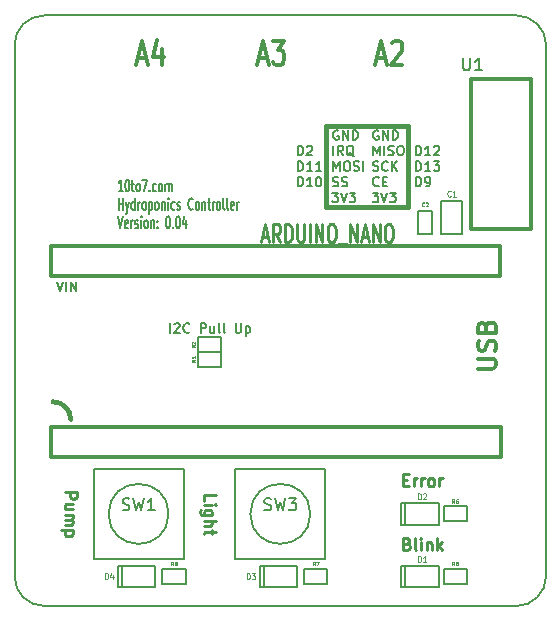
<source format=gto>
%FSLAX34Y34*%
G04 Gerber Fmt 3.4, Leading zero omitted, Abs format*
G04 (created by PCBNEW (2014-03-19 BZR 4756)-product) date Wed 02 Jul 2014 23:40:44 BST*
%MOIN*%
G01*
G70*
G90*
G04 APERTURE LIST*
%ADD10C,0.005906*%
%ADD11C,0.007874*%
%ADD12C,0.012000*%
%ADD13C,0.007900*%
%ADD14C,0.015000*%
%ADD15C,0.009843*%
%ADD16C,0.005900*%
%ADD17C,0.005000*%
%ADD18C,0.010000*%
%ADD19C,0.008000*%
%ADD20C,0.004500*%
%ADD21C,0.003000*%
G04 APERTURE END LIST*
G54D10*
G54D11*
X71908Y-33587D02*
X71908Y-33272D01*
X72043Y-33302D02*
X72058Y-33287D01*
X72088Y-33272D01*
X72163Y-33272D01*
X72193Y-33287D01*
X72208Y-33302D01*
X72223Y-33332D01*
X72223Y-33362D01*
X72208Y-33407D01*
X72028Y-33587D01*
X72223Y-33587D01*
X72538Y-33557D02*
X72523Y-33572D01*
X72478Y-33587D01*
X72448Y-33587D01*
X72403Y-33572D01*
X72373Y-33542D01*
X72358Y-33512D01*
X72343Y-33452D01*
X72343Y-33407D01*
X72358Y-33347D01*
X72373Y-33317D01*
X72403Y-33287D01*
X72448Y-33272D01*
X72478Y-33272D01*
X72523Y-33287D01*
X72538Y-33302D01*
X72913Y-33587D02*
X72913Y-33272D01*
X73033Y-33272D01*
X73063Y-33287D01*
X73078Y-33302D01*
X73093Y-33332D01*
X73093Y-33377D01*
X73078Y-33407D01*
X73063Y-33422D01*
X73033Y-33437D01*
X72913Y-33437D01*
X73363Y-33377D02*
X73363Y-33587D01*
X73228Y-33377D02*
X73228Y-33542D01*
X73243Y-33572D01*
X73273Y-33587D01*
X73318Y-33587D01*
X73348Y-33572D01*
X73363Y-33557D01*
X73558Y-33587D02*
X73528Y-33572D01*
X73513Y-33542D01*
X73513Y-33272D01*
X73723Y-33587D02*
X73693Y-33572D01*
X73678Y-33542D01*
X73678Y-33272D01*
X74083Y-33272D02*
X74083Y-33527D01*
X74098Y-33557D01*
X74113Y-33572D01*
X74143Y-33587D01*
X74203Y-33587D01*
X74233Y-33572D01*
X74248Y-33557D01*
X74263Y-33527D01*
X74263Y-33272D01*
X74413Y-33377D02*
X74413Y-33692D01*
X74413Y-33392D02*
X74443Y-33377D01*
X74503Y-33377D01*
X74533Y-33392D01*
X74548Y-33407D01*
X74563Y-33437D01*
X74563Y-33527D01*
X74548Y-33557D01*
X74533Y-33572D01*
X74503Y-33587D01*
X74443Y-33587D01*
X74413Y-33572D01*
G54D12*
X74847Y-24424D02*
X75132Y-24424D01*
X74789Y-24653D02*
X74989Y-23853D01*
X75189Y-24653D01*
X75332Y-23853D02*
X75704Y-23853D01*
X75504Y-24158D01*
X75589Y-24158D01*
X75647Y-24196D01*
X75675Y-24234D01*
X75704Y-24310D01*
X75704Y-24500D01*
X75675Y-24577D01*
X75647Y-24615D01*
X75589Y-24653D01*
X75418Y-24653D01*
X75361Y-24615D01*
X75332Y-24577D01*
X78784Y-24424D02*
X79069Y-24424D01*
X78726Y-24653D02*
X78926Y-23853D01*
X79126Y-24653D01*
X79298Y-23929D02*
X79326Y-23891D01*
X79384Y-23853D01*
X79526Y-23853D01*
X79584Y-23891D01*
X79612Y-23929D01*
X79641Y-24005D01*
X79641Y-24081D01*
X79612Y-24196D01*
X79269Y-24653D01*
X79641Y-24653D01*
X70811Y-24424D02*
X71097Y-24424D01*
X70754Y-24653D02*
X70954Y-23853D01*
X71154Y-24653D01*
X71611Y-24119D02*
X71611Y-24653D01*
X71468Y-23815D02*
X71325Y-24386D01*
X71697Y-24386D01*
G54D13*
X66712Y-41712D02*
G75*
G03X67696Y-42696I984J0D01*
G74*
G01*
X83444Y-42696D02*
G75*
G03X84429Y-41712I0J984D01*
G74*
G01*
X84429Y-23996D02*
G75*
G03X83444Y-23011I-984J0D01*
G74*
G01*
X67696Y-23011D02*
G75*
G03X66712Y-23996I0J-984D01*
G74*
G01*
X66712Y-41712D02*
X66712Y-23996D01*
X83444Y-42696D02*
X67696Y-42696D01*
X83444Y-23011D02*
X67696Y-23011D01*
X84429Y-41712D02*
X84429Y-23996D01*
G54D11*
X80094Y-27673D02*
X80094Y-27359D01*
X80169Y-27359D01*
X80214Y-27374D01*
X80244Y-27404D01*
X80259Y-27434D01*
X80274Y-27494D01*
X80274Y-27538D01*
X80259Y-27598D01*
X80244Y-27628D01*
X80214Y-27658D01*
X80169Y-27673D01*
X80094Y-27673D01*
X80574Y-27673D02*
X80394Y-27673D01*
X80484Y-27673D02*
X80484Y-27359D01*
X80454Y-27404D01*
X80424Y-27434D01*
X80394Y-27449D01*
X80694Y-27389D02*
X80709Y-27374D01*
X80739Y-27359D01*
X80814Y-27359D01*
X80844Y-27374D01*
X80859Y-27389D01*
X80874Y-27419D01*
X80874Y-27449D01*
X80859Y-27494D01*
X80679Y-27673D01*
X80874Y-27673D01*
X80094Y-28193D02*
X80094Y-27878D01*
X80169Y-27878D01*
X80214Y-27893D01*
X80244Y-27923D01*
X80259Y-27953D01*
X80274Y-28013D01*
X80274Y-28058D01*
X80259Y-28118D01*
X80244Y-28148D01*
X80214Y-28178D01*
X80169Y-28193D01*
X80094Y-28193D01*
X80574Y-28193D02*
X80394Y-28193D01*
X80484Y-28193D02*
X80484Y-27878D01*
X80454Y-27923D01*
X80424Y-27953D01*
X80394Y-27968D01*
X80679Y-27878D02*
X80874Y-27878D01*
X80769Y-27998D01*
X80814Y-27998D01*
X80844Y-28013D01*
X80859Y-28028D01*
X80874Y-28058D01*
X80874Y-28133D01*
X80859Y-28163D01*
X80844Y-28178D01*
X80814Y-28193D01*
X80724Y-28193D01*
X80694Y-28178D01*
X80679Y-28163D01*
X80094Y-28713D02*
X80094Y-28398D01*
X80169Y-28398D01*
X80214Y-28413D01*
X80244Y-28443D01*
X80259Y-28473D01*
X80274Y-28533D01*
X80274Y-28578D01*
X80259Y-28638D01*
X80244Y-28668D01*
X80214Y-28698D01*
X80169Y-28713D01*
X80094Y-28713D01*
X80424Y-28713D02*
X80484Y-28713D01*
X80514Y-28698D01*
X80529Y-28683D01*
X80559Y-28638D01*
X80574Y-28578D01*
X80574Y-28458D01*
X80559Y-28428D01*
X80544Y-28413D01*
X80514Y-28398D01*
X80454Y-28398D01*
X80424Y-28413D01*
X80409Y-28428D01*
X80394Y-28458D01*
X80394Y-28533D01*
X80409Y-28563D01*
X80424Y-28578D01*
X80454Y-28593D01*
X80514Y-28593D01*
X80544Y-28578D01*
X80559Y-28563D01*
X80574Y-28533D01*
X76157Y-27673D02*
X76157Y-27359D01*
X76232Y-27359D01*
X76277Y-27374D01*
X76307Y-27404D01*
X76322Y-27434D01*
X76337Y-27494D01*
X76337Y-27538D01*
X76322Y-27598D01*
X76307Y-27628D01*
X76277Y-27658D01*
X76232Y-27673D01*
X76157Y-27673D01*
X76457Y-27389D02*
X76472Y-27374D01*
X76502Y-27359D01*
X76577Y-27359D01*
X76607Y-27374D01*
X76622Y-27389D01*
X76637Y-27419D01*
X76637Y-27449D01*
X76622Y-27494D01*
X76442Y-27673D01*
X76637Y-27673D01*
X76157Y-28193D02*
X76157Y-27878D01*
X76232Y-27878D01*
X76277Y-27893D01*
X76307Y-27923D01*
X76322Y-27953D01*
X76337Y-28013D01*
X76337Y-28058D01*
X76322Y-28118D01*
X76307Y-28148D01*
X76277Y-28178D01*
X76232Y-28193D01*
X76157Y-28193D01*
X76637Y-28193D02*
X76457Y-28193D01*
X76547Y-28193D02*
X76547Y-27878D01*
X76517Y-27923D01*
X76487Y-27953D01*
X76457Y-27968D01*
X76937Y-28193D02*
X76757Y-28193D01*
X76847Y-28193D02*
X76847Y-27878D01*
X76817Y-27923D01*
X76787Y-27953D01*
X76757Y-27968D01*
X76157Y-28713D02*
X76157Y-28398D01*
X76232Y-28398D01*
X76277Y-28413D01*
X76307Y-28443D01*
X76322Y-28473D01*
X76337Y-28533D01*
X76337Y-28578D01*
X76322Y-28638D01*
X76307Y-28668D01*
X76277Y-28698D01*
X76232Y-28713D01*
X76157Y-28713D01*
X76637Y-28713D02*
X76457Y-28713D01*
X76547Y-28713D02*
X76547Y-28398D01*
X76517Y-28443D01*
X76487Y-28473D01*
X76457Y-28488D01*
X76832Y-28398D02*
X76862Y-28398D01*
X76892Y-28413D01*
X76907Y-28428D01*
X76922Y-28458D01*
X76937Y-28518D01*
X76937Y-28593D01*
X76922Y-28653D01*
X76907Y-28683D01*
X76892Y-28698D01*
X76862Y-28713D01*
X76832Y-28713D01*
X76802Y-28698D01*
X76787Y-28683D01*
X76772Y-28653D01*
X76757Y-28593D01*
X76757Y-28518D01*
X76772Y-28458D01*
X76787Y-28428D01*
X76802Y-28413D01*
X76832Y-28398D01*
G54D14*
X77106Y-29389D02*
X77106Y-26712D01*
X79822Y-29389D02*
X77106Y-29389D01*
X79822Y-26712D02*
X79822Y-29389D01*
X77185Y-26712D02*
X79822Y-26712D01*
G54D11*
X78842Y-26854D02*
X78812Y-26839D01*
X78767Y-26839D01*
X78722Y-26854D01*
X78692Y-26884D01*
X78677Y-26914D01*
X78662Y-26974D01*
X78662Y-27019D01*
X78677Y-27079D01*
X78692Y-27109D01*
X78722Y-27139D01*
X78767Y-27154D01*
X78797Y-27154D01*
X78842Y-27139D01*
X78857Y-27124D01*
X78857Y-27019D01*
X78797Y-27019D01*
X78992Y-27154D02*
X78992Y-26839D01*
X79172Y-27154D01*
X79172Y-26839D01*
X79322Y-27154D02*
X79322Y-26839D01*
X79397Y-26839D01*
X79442Y-26854D01*
X79472Y-26884D01*
X79487Y-26914D01*
X79502Y-26974D01*
X79502Y-27019D01*
X79487Y-27079D01*
X79472Y-27109D01*
X79442Y-27139D01*
X79397Y-27154D01*
X79322Y-27154D01*
X78677Y-27673D02*
X78677Y-27359D01*
X78782Y-27583D01*
X78887Y-27359D01*
X78887Y-27673D01*
X79037Y-27673D02*
X79037Y-27359D01*
X79172Y-27658D02*
X79217Y-27673D01*
X79292Y-27673D01*
X79322Y-27658D01*
X79337Y-27643D01*
X79352Y-27613D01*
X79352Y-27583D01*
X79337Y-27553D01*
X79322Y-27538D01*
X79292Y-27523D01*
X79232Y-27508D01*
X79202Y-27494D01*
X79187Y-27479D01*
X79172Y-27449D01*
X79172Y-27419D01*
X79187Y-27389D01*
X79202Y-27374D01*
X79232Y-27359D01*
X79307Y-27359D01*
X79352Y-27374D01*
X79547Y-27359D02*
X79607Y-27359D01*
X79637Y-27374D01*
X79667Y-27404D01*
X79682Y-27464D01*
X79682Y-27568D01*
X79667Y-27628D01*
X79637Y-27658D01*
X79607Y-27673D01*
X79547Y-27673D01*
X79517Y-27658D01*
X79487Y-27628D01*
X79472Y-27568D01*
X79472Y-27464D01*
X79487Y-27404D01*
X79517Y-27374D01*
X79547Y-27359D01*
X78662Y-28178D02*
X78707Y-28193D01*
X78782Y-28193D01*
X78812Y-28178D01*
X78827Y-28163D01*
X78842Y-28133D01*
X78842Y-28103D01*
X78827Y-28073D01*
X78812Y-28058D01*
X78782Y-28043D01*
X78722Y-28028D01*
X78692Y-28013D01*
X78677Y-27998D01*
X78662Y-27968D01*
X78662Y-27938D01*
X78677Y-27908D01*
X78692Y-27893D01*
X78722Y-27878D01*
X78797Y-27878D01*
X78842Y-27893D01*
X79157Y-28163D02*
X79142Y-28178D01*
X79097Y-28193D01*
X79067Y-28193D01*
X79022Y-28178D01*
X78992Y-28148D01*
X78977Y-28118D01*
X78962Y-28058D01*
X78962Y-28013D01*
X78977Y-27953D01*
X78992Y-27923D01*
X79022Y-27893D01*
X79067Y-27878D01*
X79097Y-27878D01*
X79142Y-27893D01*
X79157Y-27908D01*
X79292Y-28193D02*
X79292Y-27878D01*
X79472Y-28193D02*
X79337Y-28013D01*
X79472Y-27878D02*
X79292Y-28058D01*
X78857Y-28683D02*
X78842Y-28698D01*
X78797Y-28713D01*
X78767Y-28713D01*
X78722Y-28698D01*
X78692Y-28668D01*
X78677Y-28638D01*
X78662Y-28578D01*
X78662Y-28533D01*
X78677Y-28473D01*
X78692Y-28443D01*
X78722Y-28413D01*
X78767Y-28398D01*
X78797Y-28398D01*
X78842Y-28413D01*
X78857Y-28428D01*
X78992Y-28548D02*
X79097Y-28548D01*
X79142Y-28713D02*
X78992Y-28713D01*
X78992Y-28398D01*
X79142Y-28398D01*
X78647Y-28918D02*
X78842Y-28918D01*
X78737Y-29038D01*
X78782Y-29038D01*
X78812Y-29053D01*
X78827Y-29068D01*
X78842Y-29098D01*
X78842Y-29173D01*
X78827Y-29203D01*
X78812Y-29218D01*
X78782Y-29233D01*
X78692Y-29233D01*
X78662Y-29218D01*
X78647Y-29203D01*
X78932Y-28918D02*
X79037Y-29233D01*
X79142Y-28918D01*
X79217Y-28918D02*
X79412Y-28918D01*
X79307Y-29038D01*
X79352Y-29038D01*
X79382Y-29053D01*
X79397Y-29068D01*
X79412Y-29098D01*
X79412Y-29173D01*
X79397Y-29203D01*
X79382Y-29218D01*
X79352Y-29233D01*
X79262Y-29233D01*
X79232Y-29218D01*
X79217Y-29203D01*
X77503Y-26854D02*
X77473Y-26839D01*
X77428Y-26839D01*
X77383Y-26854D01*
X77353Y-26884D01*
X77338Y-26914D01*
X77323Y-26974D01*
X77323Y-27019D01*
X77338Y-27079D01*
X77353Y-27109D01*
X77383Y-27139D01*
X77428Y-27154D01*
X77458Y-27154D01*
X77503Y-27139D01*
X77518Y-27124D01*
X77518Y-27019D01*
X77458Y-27019D01*
X77653Y-27154D02*
X77653Y-26839D01*
X77833Y-27154D01*
X77833Y-26839D01*
X77983Y-27154D02*
X77983Y-26839D01*
X78058Y-26839D01*
X78103Y-26854D01*
X78133Y-26884D01*
X78148Y-26914D01*
X78163Y-26974D01*
X78163Y-27019D01*
X78148Y-27079D01*
X78133Y-27109D01*
X78103Y-27139D01*
X78058Y-27154D01*
X77983Y-27154D01*
X77338Y-27673D02*
X77338Y-27359D01*
X77668Y-27673D02*
X77563Y-27523D01*
X77488Y-27673D02*
X77488Y-27359D01*
X77608Y-27359D01*
X77638Y-27374D01*
X77653Y-27389D01*
X77668Y-27419D01*
X77668Y-27464D01*
X77653Y-27494D01*
X77638Y-27508D01*
X77608Y-27523D01*
X77488Y-27523D01*
X78013Y-27703D02*
X77983Y-27688D01*
X77953Y-27658D01*
X77908Y-27613D01*
X77878Y-27598D01*
X77848Y-27598D01*
X77863Y-27673D02*
X77833Y-27658D01*
X77803Y-27628D01*
X77788Y-27568D01*
X77788Y-27464D01*
X77803Y-27404D01*
X77833Y-27374D01*
X77863Y-27359D01*
X77923Y-27359D01*
X77953Y-27374D01*
X77983Y-27404D01*
X77998Y-27464D01*
X77998Y-27568D01*
X77983Y-27628D01*
X77953Y-27658D01*
X77923Y-27673D01*
X77863Y-27673D01*
X77338Y-28193D02*
X77338Y-27878D01*
X77443Y-28103D01*
X77548Y-27878D01*
X77548Y-28193D01*
X77758Y-27878D02*
X77818Y-27878D01*
X77848Y-27893D01*
X77878Y-27923D01*
X77893Y-27983D01*
X77893Y-28088D01*
X77878Y-28148D01*
X77848Y-28178D01*
X77818Y-28193D01*
X77758Y-28193D01*
X77728Y-28178D01*
X77698Y-28148D01*
X77683Y-28088D01*
X77683Y-27983D01*
X77698Y-27923D01*
X77728Y-27893D01*
X77758Y-27878D01*
X78013Y-28178D02*
X78058Y-28193D01*
X78133Y-28193D01*
X78163Y-28178D01*
X78178Y-28163D01*
X78193Y-28133D01*
X78193Y-28103D01*
X78178Y-28073D01*
X78163Y-28058D01*
X78133Y-28043D01*
X78073Y-28028D01*
X78043Y-28013D01*
X78028Y-27998D01*
X78013Y-27968D01*
X78013Y-27938D01*
X78028Y-27908D01*
X78043Y-27893D01*
X78073Y-27878D01*
X78148Y-27878D01*
X78193Y-27893D01*
X78328Y-28193D02*
X78328Y-27878D01*
X77323Y-28698D02*
X77368Y-28713D01*
X77443Y-28713D01*
X77473Y-28698D01*
X77488Y-28683D01*
X77503Y-28653D01*
X77503Y-28623D01*
X77488Y-28593D01*
X77473Y-28578D01*
X77443Y-28563D01*
X77383Y-28548D01*
X77353Y-28533D01*
X77338Y-28518D01*
X77323Y-28488D01*
X77323Y-28458D01*
X77338Y-28428D01*
X77353Y-28413D01*
X77383Y-28398D01*
X77458Y-28398D01*
X77503Y-28413D01*
X77623Y-28698D02*
X77668Y-28713D01*
X77743Y-28713D01*
X77773Y-28698D01*
X77788Y-28683D01*
X77803Y-28653D01*
X77803Y-28623D01*
X77788Y-28593D01*
X77773Y-28578D01*
X77743Y-28563D01*
X77683Y-28548D01*
X77653Y-28533D01*
X77638Y-28518D01*
X77623Y-28488D01*
X77623Y-28458D01*
X77638Y-28428D01*
X77653Y-28413D01*
X77683Y-28398D01*
X77758Y-28398D01*
X77803Y-28413D01*
X77308Y-28918D02*
X77503Y-28918D01*
X77398Y-29038D01*
X77443Y-29038D01*
X77473Y-29053D01*
X77488Y-29068D01*
X77503Y-29098D01*
X77503Y-29173D01*
X77488Y-29203D01*
X77473Y-29218D01*
X77443Y-29233D01*
X77353Y-29233D01*
X77323Y-29218D01*
X77308Y-29203D01*
X77593Y-28918D02*
X77698Y-29233D01*
X77803Y-28918D01*
X77878Y-28918D02*
X78073Y-28918D01*
X77968Y-29038D01*
X78013Y-29038D01*
X78043Y-29053D01*
X78058Y-29068D01*
X78073Y-29098D01*
X78073Y-29173D01*
X78058Y-29203D01*
X78043Y-29218D01*
X78013Y-29233D01*
X77923Y-29233D01*
X77893Y-29218D01*
X77878Y-29203D01*
G54D15*
X79789Y-40621D02*
X79845Y-40640D01*
X79864Y-40658D01*
X79882Y-40696D01*
X79882Y-40752D01*
X79864Y-40790D01*
X79845Y-40808D01*
X79807Y-40827D01*
X79657Y-40827D01*
X79657Y-40434D01*
X79789Y-40434D01*
X79826Y-40452D01*
X79845Y-40471D01*
X79864Y-40508D01*
X79864Y-40546D01*
X79845Y-40583D01*
X79826Y-40602D01*
X79789Y-40621D01*
X79657Y-40621D01*
X80107Y-40827D02*
X80070Y-40808D01*
X80051Y-40771D01*
X80051Y-40434D01*
X80257Y-40827D02*
X80257Y-40565D01*
X80257Y-40434D02*
X80239Y-40452D01*
X80257Y-40471D01*
X80276Y-40452D01*
X80257Y-40434D01*
X80257Y-40471D01*
X80445Y-40565D02*
X80445Y-40827D01*
X80445Y-40602D02*
X80464Y-40583D01*
X80501Y-40565D01*
X80557Y-40565D01*
X80595Y-40583D01*
X80613Y-40621D01*
X80613Y-40827D01*
X80801Y-40827D02*
X80801Y-40434D01*
X80838Y-40677D02*
X80951Y-40827D01*
X80951Y-40565D02*
X80801Y-40715D01*
X79667Y-38495D02*
X79798Y-38495D01*
X79854Y-38701D02*
X79667Y-38701D01*
X79667Y-38308D01*
X79854Y-38308D01*
X80023Y-38701D02*
X80023Y-38439D01*
X80023Y-38514D02*
X80042Y-38476D01*
X80060Y-38458D01*
X80098Y-38439D01*
X80135Y-38439D01*
X80267Y-38701D02*
X80267Y-38439D01*
X80267Y-38514D02*
X80285Y-38476D01*
X80304Y-38458D01*
X80342Y-38439D01*
X80379Y-38439D01*
X80567Y-38701D02*
X80529Y-38682D01*
X80510Y-38664D01*
X80492Y-38626D01*
X80492Y-38514D01*
X80510Y-38476D01*
X80529Y-38458D01*
X80567Y-38439D01*
X80623Y-38439D01*
X80660Y-38458D01*
X80679Y-38476D01*
X80698Y-38514D01*
X80698Y-38626D01*
X80679Y-38664D01*
X80660Y-38682D01*
X80623Y-38701D01*
X80567Y-38701D01*
X80867Y-38701D02*
X80867Y-38439D01*
X80867Y-38514D02*
X80885Y-38476D01*
X80904Y-38458D01*
X80942Y-38439D01*
X80979Y-38439D01*
X73030Y-39185D02*
X73030Y-38997D01*
X73424Y-38997D01*
X73030Y-39316D02*
X73293Y-39316D01*
X73424Y-39316D02*
X73405Y-39297D01*
X73386Y-39316D01*
X73405Y-39335D01*
X73424Y-39316D01*
X73386Y-39316D01*
X73293Y-39672D02*
X72974Y-39672D01*
X72936Y-39654D01*
X72918Y-39635D01*
X72899Y-39597D01*
X72899Y-39541D01*
X72918Y-39504D01*
X73049Y-39672D02*
X73030Y-39635D01*
X73030Y-39560D01*
X73049Y-39522D01*
X73068Y-39504D01*
X73105Y-39485D01*
X73218Y-39485D01*
X73255Y-39504D01*
X73274Y-39522D01*
X73293Y-39560D01*
X73293Y-39635D01*
X73274Y-39672D01*
X73030Y-39860D02*
X73424Y-39860D01*
X73030Y-40029D02*
X73236Y-40029D01*
X73274Y-40010D01*
X73293Y-39972D01*
X73293Y-39916D01*
X73274Y-39879D01*
X73255Y-39860D01*
X73293Y-40160D02*
X73293Y-40310D01*
X73424Y-40216D02*
X73086Y-40216D01*
X73049Y-40235D01*
X73030Y-40272D01*
X73030Y-40310D01*
X68384Y-38904D02*
X68778Y-38904D01*
X68778Y-39054D01*
X68759Y-39091D01*
X68741Y-39110D01*
X68703Y-39129D01*
X68647Y-39129D01*
X68609Y-39110D01*
X68591Y-39091D01*
X68572Y-39054D01*
X68572Y-38904D01*
X68647Y-39466D02*
X68384Y-39466D01*
X68647Y-39297D02*
X68441Y-39297D01*
X68403Y-39316D01*
X68384Y-39354D01*
X68384Y-39410D01*
X68403Y-39447D01*
X68422Y-39466D01*
X68384Y-39654D02*
X68647Y-39654D01*
X68609Y-39654D02*
X68628Y-39672D01*
X68647Y-39710D01*
X68647Y-39766D01*
X68628Y-39804D01*
X68591Y-39822D01*
X68384Y-39822D01*
X68591Y-39822D02*
X68628Y-39841D01*
X68647Y-39879D01*
X68647Y-39935D01*
X68628Y-39972D01*
X68591Y-39991D01*
X68384Y-39991D01*
X68647Y-40179D02*
X68253Y-40179D01*
X68628Y-40179D02*
X68647Y-40216D01*
X68647Y-40291D01*
X68628Y-40329D01*
X68609Y-40347D01*
X68572Y-40366D01*
X68459Y-40366D01*
X68422Y-40347D01*
X68403Y-40329D01*
X68384Y-40291D01*
X68384Y-40216D01*
X68403Y-40179D01*
G54D16*
X70317Y-28878D02*
X70182Y-28878D01*
X70250Y-28878D02*
X70250Y-28484D01*
X70227Y-28540D01*
X70205Y-28578D01*
X70182Y-28597D01*
X70463Y-28484D02*
X70486Y-28484D01*
X70508Y-28503D01*
X70519Y-28522D01*
X70531Y-28559D01*
X70542Y-28634D01*
X70542Y-28728D01*
X70531Y-28803D01*
X70519Y-28841D01*
X70508Y-28859D01*
X70486Y-28878D01*
X70463Y-28878D01*
X70441Y-28859D01*
X70429Y-28841D01*
X70418Y-28803D01*
X70407Y-28728D01*
X70407Y-28634D01*
X70418Y-28559D01*
X70429Y-28522D01*
X70441Y-28503D01*
X70463Y-28484D01*
X70609Y-28615D02*
X70699Y-28615D01*
X70643Y-28484D02*
X70643Y-28822D01*
X70654Y-28859D01*
X70677Y-28878D01*
X70699Y-28878D01*
X70812Y-28878D02*
X70789Y-28859D01*
X70778Y-28841D01*
X70767Y-28803D01*
X70767Y-28691D01*
X70778Y-28653D01*
X70789Y-28634D01*
X70812Y-28615D01*
X70845Y-28615D01*
X70868Y-28634D01*
X70879Y-28653D01*
X70890Y-28691D01*
X70890Y-28803D01*
X70879Y-28841D01*
X70868Y-28859D01*
X70845Y-28878D01*
X70812Y-28878D01*
X70969Y-28484D02*
X71126Y-28484D01*
X71025Y-28878D01*
X71216Y-28841D02*
X71227Y-28859D01*
X71216Y-28878D01*
X71205Y-28859D01*
X71216Y-28841D01*
X71216Y-28878D01*
X71430Y-28859D02*
X71407Y-28878D01*
X71362Y-28878D01*
X71340Y-28859D01*
X71329Y-28841D01*
X71317Y-28803D01*
X71317Y-28691D01*
X71329Y-28653D01*
X71340Y-28634D01*
X71362Y-28615D01*
X71407Y-28615D01*
X71430Y-28634D01*
X71565Y-28878D02*
X71542Y-28859D01*
X71531Y-28841D01*
X71520Y-28803D01*
X71520Y-28691D01*
X71531Y-28653D01*
X71542Y-28634D01*
X71565Y-28615D01*
X71598Y-28615D01*
X71621Y-28634D01*
X71632Y-28653D01*
X71643Y-28691D01*
X71643Y-28803D01*
X71632Y-28841D01*
X71621Y-28859D01*
X71598Y-28878D01*
X71565Y-28878D01*
X71744Y-28878D02*
X71744Y-28615D01*
X71744Y-28653D02*
X71756Y-28634D01*
X71778Y-28615D01*
X71812Y-28615D01*
X71834Y-28634D01*
X71845Y-28672D01*
X71845Y-28878D01*
X71845Y-28672D02*
X71857Y-28634D01*
X71879Y-28615D01*
X71913Y-28615D01*
X71935Y-28634D01*
X71947Y-28672D01*
X71947Y-28878D01*
X70193Y-29489D02*
X70193Y-29095D01*
X70193Y-29282D02*
X70328Y-29282D01*
X70328Y-29489D02*
X70328Y-29095D01*
X70418Y-29226D02*
X70474Y-29489D01*
X70531Y-29226D02*
X70474Y-29489D01*
X70452Y-29583D01*
X70441Y-29601D01*
X70418Y-29620D01*
X70722Y-29489D02*
X70722Y-29095D01*
X70722Y-29470D02*
X70699Y-29489D01*
X70654Y-29489D01*
X70632Y-29470D01*
X70621Y-29451D01*
X70609Y-29414D01*
X70609Y-29301D01*
X70621Y-29264D01*
X70632Y-29245D01*
X70654Y-29226D01*
X70699Y-29226D01*
X70722Y-29245D01*
X70834Y-29489D02*
X70834Y-29226D01*
X70834Y-29301D02*
X70845Y-29264D01*
X70857Y-29245D01*
X70879Y-29226D01*
X70901Y-29226D01*
X71014Y-29489D02*
X70991Y-29470D01*
X70980Y-29451D01*
X70969Y-29414D01*
X70969Y-29301D01*
X70980Y-29264D01*
X70991Y-29245D01*
X71014Y-29226D01*
X71048Y-29226D01*
X71070Y-29245D01*
X71081Y-29264D01*
X71093Y-29301D01*
X71093Y-29414D01*
X71081Y-29451D01*
X71070Y-29470D01*
X71048Y-29489D01*
X71014Y-29489D01*
X71194Y-29226D02*
X71194Y-29620D01*
X71194Y-29245D02*
X71216Y-29226D01*
X71261Y-29226D01*
X71284Y-29245D01*
X71295Y-29264D01*
X71306Y-29301D01*
X71306Y-29414D01*
X71295Y-29451D01*
X71284Y-29470D01*
X71261Y-29489D01*
X71216Y-29489D01*
X71194Y-29470D01*
X71441Y-29489D02*
X71418Y-29470D01*
X71407Y-29451D01*
X71396Y-29414D01*
X71396Y-29301D01*
X71407Y-29264D01*
X71418Y-29245D01*
X71441Y-29226D01*
X71475Y-29226D01*
X71497Y-29245D01*
X71508Y-29264D01*
X71520Y-29301D01*
X71520Y-29414D01*
X71508Y-29451D01*
X71497Y-29470D01*
X71475Y-29489D01*
X71441Y-29489D01*
X71621Y-29226D02*
X71621Y-29489D01*
X71621Y-29264D02*
X71632Y-29245D01*
X71654Y-29226D01*
X71688Y-29226D01*
X71711Y-29245D01*
X71722Y-29282D01*
X71722Y-29489D01*
X71834Y-29489D02*
X71834Y-29226D01*
X71834Y-29095D02*
X71823Y-29114D01*
X71834Y-29132D01*
X71845Y-29114D01*
X71834Y-29095D01*
X71834Y-29132D01*
X72048Y-29470D02*
X72025Y-29489D01*
X71980Y-29489D01*
X71958Y-29470D01*
X71947Y-29451D01*
X71935Y-29414D01*
X71935Y-29301D01*
X71947Y-29264D01*
X71958Y-29245D01*
X71980Y-29226D01*
X72025Y-29226D01*
X72048Y-29245D01*
X72138Y-29470D02*
X72160Y-29489D01*
X72205Y-29489D01*
X72228Y-29470D01*
X72239Y-29432D01*
X72239Y-29414D01*
X72228Y-29376D01*
X72205Y-29357D01*
X72171Y-29357D01*
X72149Y-29339D01*
X72138Y-29301D01*
X72138Y-29282D01*
X72149Y-29245D01*
X72171Y-29226D01*
X72205Y-29226D01*
X72228Y-29245D01*
X72655Y-29451D02*
X72643Y-29470D01*
X72610Y-29489D01*
X72587Y-29489D01*
X72553Y-29470D01*
X72531Y-29432D01*
X72520Y-29395D01*
X72509Y-29320D01*
X72509Y-29264D01*
X72520Y-29189D01*
X72531Y-29151D01*
X72553Y-29114D01*
X72587Y-29095D01*
X72610Y-29095D01*
X72643Y-29114D01*
X72655Y-29132D01*
X72789Y-29489D02*
X72767Y-29470D01*
X72756Y-29451D01*
X72745Y-29414D01*
X72745Y-29301D01*
X72756Y-29264D01*
X72767Y-29245D01*
X72789Y-29226D01*
X72823Y-29226D01*
X72846Y-29245D01*
X72857Y-29264D01*
X72868Y-29301D01*
X72868Y-29414D01*
X72857Y-29451D01*
X72846Y-29470D01*
X72823Y-29489D01*
X72789Y-29489D01*
X72969Y-29226D02*
X72969Y-29489D01*
X72969Y-29264D02*
X72981Y-29245D01*
X73003Y-29226D01*
X73037Y-29226D01*
X73059Y-29245D01*
X73070Y-29282D01*
X73070Y-29489D01*
X73149Y-29226D02*
X73239Y-29226D01*
X73183Y-29095D02*
X73183Y-29432D01*
X73194Y-29470D01*
X73217Y-29489D01*
X73239Y-29489D01*
X73318Y-29489D02*
X73318Y-29226D01*
X73318Y-29301D02*
X73329Y-29264D01*
X73340Y-29245D01*
X73363Y-29226D01*
X73385Y-29226D01*
X73497Y-29489D02*
X73475Y-29470D01*
X73464Y-29451D01*
X73453Y-29414D01*
X73453Y-29301D01*
X73464Y-29264D01*
X73475Y-29245D01*
X73497Y-29226D01*
X73531Y-29226D01*
X73554Y-29245D01*
X73565Y-29264D01*
X73576Y-29301D01*
X73576Y-29414D01*
X73565Y-29451D01*
X73554Y-29470D01*
X73531Y-29489D01*
X73497Y-29489D01*
X73711Y-29489D02*
X73689Y-29470D01*
X73677Y-29432D01*
X73677Y-29095D01*
X73835Y-29489D02*
X73812Y-29470D01*
X73801Y-29432D01*
X73801Y-29095D01*
X74014Y-29470D02*
X73992Y-29489D01*
X73947Y-29489D01*
X73925Y-29470D01*
X73913Y-29432D01*
X73913Y-29282D01*
X73925Y-29245D01*
X73947Y-29226D01*
X73992Y-29226D01*
X74014Y-29245D01*
X74026Y-29282D01*
X74026Y-29320D01*
X73913Y-29357D01*
X74127Y-29489D02*
X74127Y-29226D01*
X74127Y-29301D02*
X74138Y-29264D01*
X74149Y-29245D01*
X74172Y-29226D01*
X74194Y-29226D01*
X70160Y-29705D02*
X70238Y-30099D01*
X70317Y-29705D01*
X70486Y-30081D02*
X70463Y-30099D01*
X70418Y-30099D01*
X70396Y-30081D01*
X70385Y-30043D01*
X70385Y-29893D01*
X70396Y-29855D01*
X70418Y-29837D01*
X70463Y-29837D01*
X70486Y-29855D01*
X70497Y-29893D01*
X70497Y-29931D01*
X70385Y-29968D01*
X70598Y-30099D02*
X70598Y-29837D01*
X70598Y-29912D02*
X70609Y-29874D01*
X70621Y-29855D01*
X70643Y-29837D01*
X70665Y-29837D01*
X70733Y-30081D02*
X70755Y-30099D01*
X70800Y-30099D01*
X70823Y-30081D01*
X70834Y-30043D01*
X70834Y-30024D01*
X70823Y-29987D01*
X70800Y-29968D01*
X70767Y-29968D01*
X70744Y-29949D01*
X70733Y-29912D01*
X70733Y-29893D01*
X70744Y-29855D01*
X70767Y-29837D01*
X70800Y-29837D01*
X70823Y-29855D01*
X70935Y-30099D02*
X70935Y-29837D01*
X70935Y-29705D02*
X70924Y-29724D01*
X70935Y-29743D01*
X70946Y-29724D01*
X70935Y-29705D01*
X70935Y-29743D01*
X71081Y-30099D02*
X71059Y-30081D01*
X71048Y-30062D01*
X71036Y-30024D01*
X71036Y-29912D01*
X71048Y-29874D01*
X71059Y-29855D01*
X71081Y-29837D01*
X71115Y-29837D01*
X71137Y-29855D01*
X71149Y-29874D01*
X71160Y-29912D01*
X71160Y-30024D01*
X71149Y-30062D01*
X71137Y-30081D01*
X71115Y-30099D01*
X71081Y-30099D01*
X71261Y-29837D02*
X71261Y-30099D01*
X71261Y-29874D02*
X71272Y-29855D01*
X71295Y-29837D01*
X71329Y-29837D01*
X71351Y-29855D01*
X71362Y-29893D01*
X71362Y-30099D01*
X71475Y-30062D02*
X71486Y-30081D01*
X71475Y-30099D01*
X71463Y-30081D01*
X71475Y-30062D01*
X71475Y-30099D01*
X71475Y-29855D02*
X71486Y-29874D01*
X71475Y-29893D01*
X71463Y-29874D01*
X71475Y-29855D01*
X71475Y-29893D01*
X71812Y-29705D02*
X71834Y-29705D01*
X71857Y-29724D01*
X71868Y-29743D01*
X71879Y-29780D01*
X71890Y-29855D01*
X71890Y-29949D01*
X71879Y-30024D01*
X71868Y-30062D01*
X71857Y-30081D01*
X71834Y-30099D01*
X71812Y-30099D01*
X71789Y-30081D01*
X71778Y-30062D01*
X71767Y-30024D01*
X71756Y-29949D01*
X71756Y-29855D01*
X71767Y-29780D01*
X71778Y-29743D01*
X71789Y-29724D01*
X71812Y-29705D01*
X71992Y-30062D02*
X72003Y-30081D01*
X71992Y-30099D01*
X71980Y-30081D01*
X71992Y-30062D01*
X71992Y-30099D01*
X72149Y-29705D02*
X72171Y-29705D01*
X72194Y-29724D01*
X72205Y-29743D01*
X72216Y-29780D01*
X72228Y-29855D01*
X72228Y-29949D01*
X72216Y-30024D01*
X72205Y-30062D01*
X72194Y-30081D01*
X72171Y-30099D01*
X72149Y-30099D01*
X72126Y-30081D01*
X72115Y-30062D01*
X72104Y-30024D01*
X72093Y-29949D01*
X72093Y-29855D01*
X72104Y-29780D01*
X72115Y-29743D01*
X72126Y-29724D01*
X72149Y-29705D01*
X72430Y-29837D02*
X72430Y-30099D01*
X72374Y-29687D02*
X72317Y-29968D01*
X72464Y-29968D01*
G54D14*
X68582Y-36476D02*
G75*
G03X67992Y-35885I-590J0D01*
G74*
G01*
G54D12*
X82846Y-30696D02*
X82909Y-30696D01*
X81917Y-37732D02*
X82913Y-37732D01*
X82913Y-37732D02*
X82913Y-36732D01*
X81913Y-36732D02*
X82913Y-36732D01*
X81917Y-31700D02*
X82909Y-31700D01*
X82909Y-31700D02*
X82909Y-30700D01*
X81921Y-30696D02*
X82870Y-30696D01*
X67912Y-37731D02*
X67912Y-36731D01*
X81912Y-37731D02*
X67912Y-37731D01*
X67912Y-36731D02*
X81912Y-36731D01*
X67921Y-30700D02*
X81921Y-30700D01*
X81921Y-31700D02*
X67921Y-31700D01*
X67921Y-31700D02*
X67921Y-30700D01*
X81933Y-30118D02*
X81933Y-25118D01*
X81933Y-25118D02*
X83933Y-25118D01*
X83933Y-25118D02*
X83933Y-30118D01*
X83933Y-30118D02*
X81933Y-30118D01*
G54D10*
X81633Y-30295D02*
X81633Y-29192D01*
X81633Y-29192D02*
X80925Y-29192D01*
X80925Y-29192D02*
X80925Y-30295D01*
X80925Y-30295D02*
X81633Y-30295D01*
X80639Y-30285D02*
X80639Y-29517D01*
X80639Y-29517D02*
X80147Y-29517D01*
X80147Y-29517D02*
X80147Y-30285D01*
X80147Y-30285D02*
X80639Y-30285D01*
X79744Y-41358D02*
X79606Y-41358D01*
X79606Y-41358D02*
X79606Y-42066D01*
X79606Y-42066D02*
X79744Y-42066D01*
X79744Y-42066D02*
X80846Y-42066D01*
X80846Y-42066D02*
X80846Y-41358D01*
X80846Y-41358D02*
X79744Y-41358D01*
X79744Y-41358D02*
X79744Y-42066D01*
X79744Y-39271D02*
X79606Y-39271D01*
X79606Y-39271D02*
X79606Y-39980D01*
X79606Y-39980D02*
X79744Y-39980D01*
X79744Y-39980D02*
X80846Y-39980D01*
X80846Y-39980D02*
X80846Y-39271D01*
X80846Y-39271D02*
X79744Y-39271D01*
X79744Y-39271D02*
X79744Y-39980D01*
X75019Y-41358D02*
X74881Y-41358D01*
X74881Y-41358D02*
X74881Y-42066D01*
X74881Y-42066D02*
X75019Y-42066D01*
X75019Y-42066D02*
X76122Y-42066D01*
X76122Y-42066D02*
X76122Y-41358D01*
X76122Y-41358D02*
X75019Y-41358D01*
X75019Y-41358D02*
X75019Y-42066D01*
X70295Y-41358D02*
X70157Y-41358D01*
X70157Y-41358D02*
X70157Y-42066D01*
X70157Y-42066D02*
X70295Y-42066D01*
X70295Y-42066D02*
X71397Y-42066D01*
X71397Y-42066D02*
X71397Y-41358D01*
X71397Y-41358D02*
X70295Y-41358D01*
X70295Y-41358D02*
X70295Y-42066D01*
X72824Y-34714D02*
X73592Y-34714D01*
X73592Y-34714D02*
X73592Y-34222D01*
X73592Y-34222D02*
X72824Y-34222D01*
X72824Y-34222D02*
X72824Y-34714D01*
X72824Y-34222D02*
X73592Y-34222D01*
X73592Y-34222D02*
X73592Y-33730D01*
X73592Y-33730D02*
X72824Y-33730D01*
X72824Y-33730D02*
X72824Y-34222D01*
X81781Y-41466D02*
X81013Y-41466D01*
X81013Y-41466D02*
X81013Y-41958D01*
X81013Y-41958D02*
X81781Y-41958D01*
X81781Y-41958D02*
X81781Y-41466D01*
X81781Y-39379D02*
X81013Y-39379D01*
X81013Y-39379D02*
X81013Y-39872D01*
X81013Y-39872D02*
X81781Y-39872D01*
X81781Y-39872D02*
X81781Y-39379D01*
X77135Y-41466D02*
X76368Y-41466D01*
X76368Y-41466D02*
X76368Y-41958D01*
X76368Y-41958D02*
X77135Y-41958D01*
X77135Y-41958D02*
X77135Y-41466D01*
X72411Y-41466D02*
X71643Y-41466D01*
X71643Y-41466D02*
X71643Y-41958D01*
X71643Y-41958D02*
X72411Y-41958D01*
X72411Y-41958D02*
X72411Y-41466D01*
G54D17*
X71846Y-39625D02*
G75*
G03X71846Y-39625I-1000J0D01*
G74*
G01*
X69346Y-38125D02*
X72346Y-38125D01*
X72346Y-38125D02*
X72346Y-41125D01*
X72346Y-41125D02*
X69346Y-41125D01*
X69346Y-38125D02*
X69346Y-41125D01*
X76570Y-39625D02*
G75*
G03X76570Y-39625I-1000J0D01*
G74*
G01*
X74070Y-38125D02*
X77070Y-38125D01*
X77070Y-38125D02*
X77070Y-41125D01*
X77070Y-41125D02*
X74070Y-41125D01*
X74070Y-38125D02*
X74070Y-41125D01*
G54D18*
X74974Y-30395D02*
X75164Y-30395D01*
X74936Y-30566D02*
X75069Y-29966D01*
X75202Y-30566D01*
X75564Y-30566D02*
X75431Y-30280D01*
X75336Y-30566D02*
X75336Y-29966D01*
X75488Y-29966D01*
X75526Y-29995D01*
X75545Y-30023D01*
X75564Y-30080D01*
X75564Y-30166D01*
X75545Y-30223D01*
X75526Y-30252D01*
X75488Y-30280D01*
X75336Y-30280D01*
X75736Y-30566D02*
X75736Y-29966D01*
X75831Y-29966D01*
X75888Y-29995D01*
X75926Y-30052D01*
X75945Y-30109D01*
X75964Y-30223D01*
X75964Y-30309D01*
X75945Y-30423D01*
X75926Y-30480D01*
X75888Y-30538D01*
X75831Y-30566D01*
X75736Y-30566D01*
X76136Y-29966D02*
X76136Y-30452D01*
X76155Y-30509D01*
X76174Y-30538D01*
X76212Y-30566D01*
X76288Y-30566D01*
X76326Y-30538D01*
X76345Y-30509D01*
X76364Y-30452D01*
X76364Y-29966D01*
X76555Y-30566D02*
X76555Y-29966D01*
X76745Y-30566D02*
X76745Y-29966D01*
X76974Y-30566D01*
X76974Y-29966D01*
X77240Y-29966D02*
X77317Y-29966D01*
X77355Y-29995D01*
X77393Y-30052D01*
X77412Y-30166D01*
X77412Y-30366D01*
X77393Y-30480D01*
X77355Y-30538D01*
X77317Y-30566D01*
X77240Y-30566D01*
X77202Y-30538D01*
X77164Y-30480D01*
X77145Y-30366D01*
X77145Y-30166D01*
X77164Y-30052D01*
X77202Y-29995D01*
X77240Y-29966D01*
X77488Y-30623D02*
X77793Y-30623D01*
X77888Y-30566D02*
X77888Y-29966D01*
X78117Y-30566D01*
X78117Y-29966D01*
X78288Y-30395D02*
X78479Y-30395D01*
X78250Y-30566D02*
X78383Y-29966D01*
X78517Y-30566D01*
X78650Y-30566D02*
X78650Y-29966D01*
X78879Y-30566D01*
X78879Y-29966D01*
X79145Y-29966D02*
X79221Y-29966D01*
X79259Y-29995D01*
X79298Y-30052D01*
X79317Y-30166D01*
X79317Y-30366D01*
X79298Y-30480D01*
X79259Y-30538D01*
X79221Y-30566D01*
X79145Y-30566D01*
X79107Y-30538D01*
X79069Y-30480D01*
X79050Y-30366D01*
X79050Y-30166D01*
X79069Y-30052D01*
X79107Y-29995D01*
X79145Y-29966D01*
G54D11*
X68119Y-31894D02*
X68224Y-32209D01*
X68329Y-31894D01*
X68434Y-32209D02*
X68434Y-31894D01*
X68584Y-32209D02*
X68584Y-31894D01*
X68764Y-32209D01*
X68764Y-31894D01*
G54D12*
X82151Y-34792D02*
X82637Y-34792D01*
X82694Y-34764D01*
X82723Y-34735D01*
X82751Y-34678D01*
X82751Y-34564D01*
X82723Y-34506D01*
X82694Y-34478D01*
X82637Y-34449D01*
X82151Y-34449D01*
X82723Y-34192D02*
X82751Y-34106D01*
X82751Y-33964D01*
X82723Y-33906D01*
X82694Y-33878D01*
X82637Y-33849D01*
X82580Y-33849D01*
X82523Y-33878D01*
X82494Y-33906D01*
X82466Y-33964D01*
X82437Y-34078D01*
X82408Y-34135D01*
X82380Y-34164D01*
X82323Y-34192D01*
X82266Y-34192D01*
X82208Y-34164D01*
X82180Y-34135D01*
X82151Y-34078D01*
X82151Y-33935D01*
X82180Y-33849D01*
X82437Y-33392D02*
X82466Y-33306D01*
X82494Y-33278D01*
X82551Y-33249D01*
X82637Y-33249D01*
X82694Y-33278D01*
X82723Y-33306D01*
X82751Y-33364D01*
X82751Y-33592D01*
X82151Y-33592D01*
X82151Y-33392D01*
X82180Y-33335D01*
X82208Y-33306D01*
X82266Y-33278D01*
X82323Y-33278D01*
X82380Y-33306D01*
X82408Y-33335D01*
X82437Y-33392D01*
X82437Y-33592D01*
G54D19*
X81663Y-24446D02*
X81663Y-24770D01*
X81682Y-24808D01*
X81701Y-24827D01*
X81739Y-24846D01*
X81816Y-24846D01*
X81854Y-24827D01*
X81873Y-24808D01*
X81892Y-24770D01*
X81892Y-24446D01*
X82292Y-24846D02*
X82063Y-24846D01*
X82178Y-24846D02*
X82178Y-24446D01*
X82139Y-24503D01*
X82101Y-24541D01*
X82063Y-24560D01*
G54D20*
X81249Y-29028D02*
X81240Y-29037D01*
X81215Y-29047D01*
X81198Y-29047D01*
X81172Y-29037D01*
X81155Y-29018D01*
X81146Y-28999D01*
X81138Y-28961D01*
X81138Y-28932D01*
X81146Y-28894D01*
X81155Y-28875D01*
X81172Y-28856D01*
X81198Y-28847D01*
X81215Y-28847D01*
X81240Y-28856D01*
X81249Y-28866D01*
X81420Y-29047D02*
X81318Y-29047D01*
X81369Y-29047D02*
X81369Y-28847D01*
X81352Y-28875D01*
X81335Y-28894D01*
X81318Y-28904D01*
G54D21*
X80373Y-29353D02*
X80367Y-29359D01*
X80350Y-29365D01*
X80339Y-29365D01*
X80322Y-29359D01*
X80310Y-29348D01*
X80305Y-29336D01*
X80299Y-29313D01*
X80299Y-29296D01*
X80305Y-29273D01*
X80310Y-29262D01*
X80322Y-29251D01*
X80339Y-29245D01*
X80350Y-29245D01*
X80367Y-29251D01*
X80373Y-29256D01*
X80419Y-29256D02*
X80425Y-29251D01*
X80436Y-29245D01*
X80465Y-29245D01*
X80476Y-29251D01*
X80482Y-29256D01*
X80487Y-29268D01*
X80487Y-29279D01*
X80482Y-29296D01*
X80413Y-29365D01*
X80487Y-29365D01*
G54D20*
X80162Y-41232D02*
X80162Y-41032D01*
X80205Y-41032D01*
X80230Y-41041D01*
X80248Y-41060D01*
X80256Y-41079D01*
X80265Y-41117D01*
X80265Y-41146D01*
X80256Y-41184D01*
X80248Y-41203D01*
X80230Y-41222D01*
X80205Y-41232D01*
X80162Y-41232D01*
X80436Y-41232D02*
X80333Y-41232D01*
X80385Y-41232D02*
X80385Y-41032D01*
X80368Y-41060D01*
X80350Y-41079D01*
X80333Y-41089D01*
X80162Y-39145D02*
X80162Y-38945D01*
X80205Y-38945D01*
X80230Y-38955D01*
X80248Y-38974D01*
X80256Y-38993D01*
X80265Y-39031D01*
X80265Y-39059D01*
X80256Y-39097D01*
X80248Y-39117D01*
X80230Y-39136D01*
X80205Y-39145D01*
X80162Y-39145D01*
X80333Y-38964D02*
X80342Y-38955D01*
X80359Y-38945D01*
X80402Y-38945D01*
X80419Y-38955D01*
X80428Y-38964D01*
X80436Y-38983D01*
X80436Y-39002D01*
X80428Y-39031D01*
X80325Y-39145D01*
X80436Y-39145D01*
X74453Y-41803D02*
X74453Y-41603D01*
X74496Y-41603D01*
X74522Y-41612D01*
X74539Y-41631D01*
X74548Y-41650D01*
X74556Y-41688D01*
X74556Y-41717D01*
X74548Y-41755D01*
X74539Y-41774D01*
X74522Y-41793D01*
X74496Y-41803D01*
X74453Y-41803D01*
X74616Y-41603D02*
X74728Y-41603D01*
X74668Y-41679D01*
X74693Y-41679D01*
X74710Y-41688D01*
X74719Y-41698D01*
X74728Y-41717D01*
X74728Y-41764D01*
X74719Y-41784D01*
X74710Y-41793D01*
X74693Y-41803D01*
X74642Y-41803D01*
X74625Y-41793D01*
X74616Y-41784D01*
X69729Y-41803D02*
X69729Y-41603D01*
X69772Y-41603D01*
X69797Y-41612D01*
X69815Y-41631D01*
X69823Y-41650D01*
X69832Y-41688D01*
X69832Y-41717D01*
X69823Y-41755D01*
X69815Y-41774D01*
X69797Y-41793D01*
X69772Y-41803D01*
X69729Y-41803D01*
X69986Y-41669D02*
X69986Y-41803D01*
X69943Y-41593D02*
X69900Y-41736D01*
X70012Y-41736D01*
G54D21*
X72731Y-34488D02*
X72674Y-34528D01*
X72731Y-34557D02*
X72611Y-34557D01*
X72611Y-34511D01*
X72617Y-34499D01*
X72622Y-34494D01*
X72634Y-34488D01*
X72651Y-34488D01*
X72662Y-34494D01*
X72668Y-34499D01*
X72674Y-34511D01*
X72674Y-34557D01*
X72731Y-34374D02*
X72731Y-34442D01*
X72731Y-34408D02*
X72611Y-34408D01*
X72628Y-34419D01*
X72640Y-34431D01*
X72645Y-34442D01*
X72731Y-33996D02*
X72674Y-34036D01*
X72731Y-34064D02*
X72611Y-34064D01*
X72611Y-34019D01*
X72617Y-34007D01*
X72622Y-34002D01*
X72634Y-33996D01*
X72651Y-33996D01*
X72662Y-34002D01*
X72668Y-34007D01*
X72674Y-34019D01*
X72674Y-34064D01*
X72622Y-33950D02*
X72617Y-33944D01*
X72611Y-33933D01*
X72611Y-33904D01*
X72617Y-33893D01*
X72622Y-33887D01*
X72634Y-33882D01*
X72645Y-33882D01*
X72662Y-33887D01*
X72731Y-33956D01*
X72731Y-33882D01*
X81377Y-41343D02*
X81337Y-41286D01*
X81309Y-41343D02*
X81309Y-41223D01*
X81354Y-41223D01*
X81366Y-41229D01*
X81371Y-41235D01*
X81377Y-41246D01*
X81377Y-41263D01*
X81371Y-41275D01*
X81366Y-41280D01*
X81354Y-41286D01*
X81309Y-41286D01*
X81486Y-41223D02*
X81429Y-41223D01*
X81423Y-41280D01*
X81429Y-41275D01*
X81440Y-41269D01*
X81469Y-41269D01*
X81480Y-41275D01*
X81486Y-41280D01*
X81491Y-41292D01*
X81491Y-41320D01*
X81486Y-41332D01*
X81480Y-41337D01*
X81469Y-41343D01*
X81440Y-41343D01*
X81429Y-41337D01*
X81423Y-41332D01*
X81377Y-39257D02*
X81337Y-39199D01*
X81309Y-39257D02*
X81309Y-39137D01*
X81354Y-39137D01*
X81366Y-39142D01*
X81371Y-39148D01*
X81377Y-39159D01*
X81377Y-39177D01*
X81371Y-39188D01*
X81366Y-39194D01*
X81354Y-39199D01*
X81309Y-39199D01*
X81480Y-39137D02*
X81457Y-39137D01*
X81446Y-39142D01*
X81440Y-39148D01*
X81429Y-39165D01*
X81423Y-39188D01*
X81423Y-39234D01*
X81429Y-39245D01*
X81434Y-39251D01*
X81446Y-39257D01*
X81469Y-39257D01*
X81480Y-39251D01*
X81486Y-39245D01*
X81491Y-39234D01*
X81491Y-39205D01*
X81486Y-39194D01*
X81480Y-39188D01*
X81469Y-39182D01*
X81446Y-39182D01*
X81434Y-39188D01*
X81429Y-39194D01*
X81423Y-39205D01*
X76731Y-41343D02*
X76691Y-41286D01*
X76663Y-41343D02*
X76663Y-41223D01*
X76709Y-41223D01*
X76720Y-41229D01*
X76726Y-41235D01*
X76731Y-41246D01*
X76731Y-41263D01*
X76726Y-41275D01*
X76720Y-41280D01*
X76709Y-41286D01*
X76663Y-41286D01*
X76771Y-41223D02*
X76851Y-41223D01*
X76800Y-41343D01*
X72007Y-41343D02*
X71967Y-41286D01*
X71938Y-41343D02*
X71938Y-41223D01*
X71984Y-41223D01*
X71996Y-41229D01*
X72001Y-41235D01*
X72007Y-41246D01*
X72007Y-41263D01*
X72001Y-41275D01*
X71996Y-41280D01*
X71984Y-41286D01*
X71938Y-41286D01*
X72076Y-41275D02*
X72064Y-41269D01*
X72058Y-41263D01*
X72053Y-41252D01*
X72053Y-41246D01*
X72058Y-41235D01*
X72064Y-41229D01*
X72076Y-41223D01*
X72098Y-41223D01*
X72110Y-41229D01*
X72116Y-41235D01*
X72121Y-41246D01*
X72121Y-41252D01*
X72116Y-41263D01*
X72110Y-41269D01*
X72098Y-41275D01*
X72076Y-41275D01*
X72064Y-41280D01*
X72058Y-41286D01*
X72053Y-41297D01*
X72053Y-41320D01*
X72058Y-41332D01*
X72064Y-41337D01*
X72076Y-41343D01*
X72098Y-41343D01*
X72110Y-41337D01*
X72116Y-41332D01*
X72121Y-41320D01*
X72121Y-41297D01*
X72116Y-41286D01*
X72110Y-41280D01*
X72098Y-41275D01*
G54D19*
X70313Y-39487D02*
X70370Y-39506D01*
X70465Y-39506D01*
X70503Y-39487D01*
X70522Y-39468D01*
X70541Y-39430D01*
X70541Y-39392D01*
X70522Y-39354D01*
X70503Y-39335D01*
X70465Y-39316D01*
X70389Y-39297D01*
X70351Y-39278D01*
X70332Y-39259D01*
X70313Y-39221D01*
X70313Y-39183D01*
X70332Y-39145D01*
X70351Y-39125D01*
X70389Y-39106D01*
X70484Y-39106D01*
X70541Y-39125D01*
X70675Y-39106D02*
X70770Y-39506D01*
X70846Y-39221D01*
X70922Y-39506D01*
X71017Y-39106D01*
X71379Y-39506D02*
X71151Y-39506D01*
X71265Y-39506D02*
X71265Y-39106D01*
X71227Y-39164D01*
X71189Y-39202D01*
X71151Y-39221D01*
X75037Y-39487D02*
X75094Y-39506D01*
X75189Y-39506D01*
X75228Y-39487D01*
X75247Y-39468D01*
X75266Y-39430D01*
X75266Y-39392D01*
X75247Y-39354D01*
X75228Y-39335D01*
X75189Y-39316D01*
X75113Y-39297D01*
X75075Y-39278D01*
X75056Y-39259D01*
X75037Y-39221D01*
X75037Y-39183D01*
X75056Y-39145D01*
X75075Y-39125D01*
X75113Y-39106D01*
X75208Y-39106D01*
X75266Y-39125D01*
X75399Y-39106D02*
X75494Y-39506D01*
X75570Y-39221D01*
X75647Y-39506D01*
X75742Y-39106D01*
X75856Y-39106D02*
X76104Y-39106D01*
X75970Y-39259D01*
X76028Y-39259D01*
X76066Y-39278D01*
X76085Y-39297D01*
X76104Y-39335D01*
X76104Y-39430D01*
X76085Y-39468D01*
X76066Y-39487D01*
X76028Y-39506D01*
X75913Y-39506D01*
X75875Y-39487D01*
X75856Y-39468D01*
M02*

</source>
